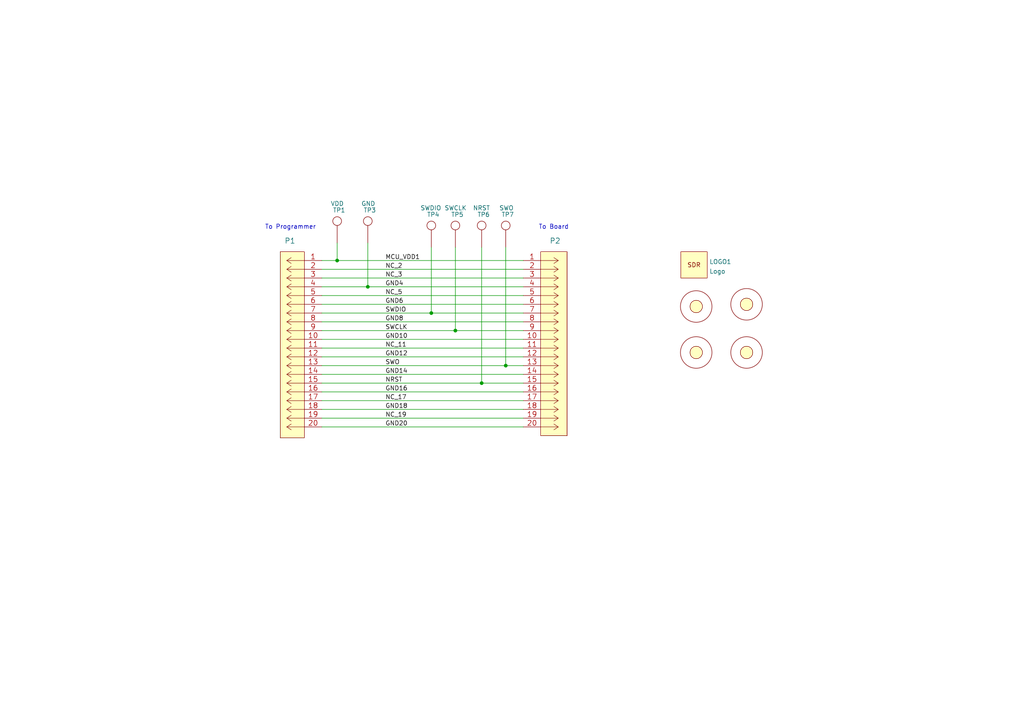
<source format=kicad_sch>
(kicad_sch (version 20211123) (generator eeschema)
  (paper "A4")
  (title_block (title "A0004-SWD-Adapter") (date "2022-01-01") (rev "1.0") (company "Sun Devil Rocketry") (comment 1 "Author: Colton Acosta"))
  (lib_symbols
    (symbol "A0004-SWD-Adapter:LARGE_SBH11-PBPC-D10-RA-BK_1" (pin_names (offset 0.254) hide)
      (property "Reference" "P" (at 8.89 6.35 0))
      (symbol "LARGE_SBH11-PBPC-D10-RA-BK_1_1_1"
        (polyline (pts (xy 10.16 -48.26) (xy 5.08 -48.26)) (stroke (width 0.127)))
        (polyline (pts (xy 10.16 -48.26) (xy 8.89 -49.0982)) (stroke (width 0.127)))
        (polyline (pts (xy 10.16 -48.26) (xy 8.89 -47.4218)) (stroke (width 0.127)))
        (polyline (pts (xy 10.16 -45.72) (xy 5.08 -45.72)) (stroke (width 0.127)))
        (polyline (pts (xy 10.16 -45.72) (xy 8.89 -46.5582)) (stroke (width 0.127)))
        (polyline (pts (xy 10.16 -45.72) (xy 8.89 -44.8818)) (stroke (width 0.127)))
        (polyline (pts (xy 10.16 -43.18) (xy 5.08 -43.18)) (stroke (width 0.127)))
        (polyline (pts (xy 10.16 -43.18) (xy 8.89 -44.0182)) (stroke (width 0.127)))
        (polyline (pts (xy 10.16 -43.18) (xy 8.89 -42.3418)) (stroke (width 0.127)))
        (polyline (pts (xy 10.16 -40.64) (xy 5.08 -40.64)) (stroke (width 0.127)))
        (polyline (pts (xy 10.16 -40.64) (xy 8.89 -41.4782)) (stroke (width 0.127)))
        (polyline (pts (xy 10.16 -40.64) (xy 8.89 -39.8018)) (stroke (width 0.127)))
        (polyline (pts (xy 10.16 -38.1) (xy 5.08 -38.1)) (stroke (width 0.127)))
        (polyline (pts (xy 10.16 -38.1) (xy 8.89 -38.9382)) (stroke (width 0.127)))
        (polyline (pts (xy 10.16 -38.1) (xy 8.89 -37.2618)) (stroke (width 0.127)))
        (polyline (pts (xy 10.16 -35.56) (xy 5.08 -35.56)) (stroke (width 0.127)))
        (polyline (pts (xy 10.16 -35.56) (xy 8.89 -36.3982)) (stroke (width 0.127)))
        (polyline (pts (xy 10.16 -35.56) (xy 8.89 -34.7218)) (stroke (width 0.127)))
        (polyline (pts (xy 10.16 -33.02) (xy 5.08 -33.02)) (stroke (width 0.127)))
        (polyline (pts (xy 10.16 -33.02) (xy 8.89 -33.8582)) (stroke (width 0.127)))
        (polyline (pts (xy 10.16 -33.02) (xy 8.89 -32.1818)) (stroke (width 0.127)))
        (polyline (pts (xy 10.16 -30.48) (xy 5.08 -30.48)) (stroke (width 0.127)))
        (polyline (pts (xy 10.16 -30.48) (xy 8.89 -31.3182)) (stroke (width 0.127)))
        (polyline (pts (xy 10.16 -30.48) (xy 8.89 -29.6418)) (stroke (width 0.127)))
        (polyline (pts (xy 10.16 -27.94) (xy 5.08 -27.94)) (stroke (width 0.127)))
        (polyline (pts (xy 10.16 -27.94) (xy 8.89 -28.7782)) (stroke (width 0.127)))
        (polyline (pts (xy 10.16 -27.94) (xy 8.89 -27.1018)) (stroke (width 0.127)))
        (polyline (pts (xy 10.16 -25.4) (xy 5.08 -25.4)) (stroke (width 0.127)))
        (polyline (pts (xy 10.16 -25.4) (xy 8.89 -26.2382)) (stroke (width 0.127)))
        (polyline (pts (xy 10.16 -25.4) (xy 8.89 -24.5618)) (stroke (width 0.127)))
        (polyline (pts (xy 10.16 -22.86) (xy 5.08 -22.86)) (stroke (width 0.127)))
        (polyline (pts (xy 10.16 -22.86) (xy 8.89 -23.6982)) (stroke (width 0.127)))
        (polyline (pts (xy 10.16 -22.86) (xy 8.89 -22.0218)) (stroke (width 0.127)))
        (polyline (pts (xy 10.16 -20.32) (xy 5.08 -20.32)) (stroke (width 0.127)))
        (polyline (pts (xy 10.16 -20.32) (xy 8.89 -21.1582)) (stroke (width 0.127)))
        (polyline (pts (xy 10.16 -20.32) (xy 8.89 -19.4818)) (stroke (width 0.127)))
        (polyline (pts (xy 10.16 -17.78) (xy 5.08 -17.78)) (stroke (width 0.127)))
        (polyline (pts (xy 10.16 -17.78) (xy 8.89 -18.6182)) (stroke (width 0.127)))
        (polyline (pts (xy 10.16 -17.78) (xy 8.89 -16.9418)) (stroke (width 0.127)))
        (polyline (pts (xy 10.16 -15.24) (xy 5.08 -15.24)) (stroke (width 0.127)))
        (polyline (pts (xy 10.16 -15.24) (xy 8.89 -16.0782)) (stroke (width 0.127)))
        (polyline (pts (xy 10.16 -15.24) (xy 8.89 -14.4018)) (stroke (width 0.127)))
        (polyline (pts (xy 10.16 -12.7) (xy 5.08 -12.7)) (stroke (width 0.127)))
        (polyline (pts (xy 10.16 -12.7) (xy 8.89 -13.5382)) (stroke (width 0.127)))
        (polyline (pts (xy 10.16 -12.7) (xy 8.89 -11.8618)) (stroke (width 0.127)))
        (polyline (pts (xy 10.16 -10.16) (xy 5.08 -10.16)) (stroke (width 0.127)))
        (polyline (pts (xy 10.16 -10.16) (xy 8.89 -10.9982)) (stroke (width 0.127)))
        (polyline (pts (xy 10.16 -10.16) (xy 8.89 -9.3218)) (stroke (width 0.127)))
        (polyline (pts (xy 10.16 -7.62) (xy 5.08 -7.62)) (stroke (width 0.127)))
        (polyline (pts (xy 10.16 -7.62) (xy 8.89 -8.4582)) (stroke (width 0.127)))
        (polyline (pts (xy 10.16 -7.62) (xy 8.89 -6.7818)) (stroke (width 0.127)))
        (polyline (pts (xy 10.16 -5.08) (xy 5.08 -5.08)) (stroke (width 0.127)))
        (polyline (pts (xy 10.16 -5.08) (xy 8.89 -5.9182)) (stroke (width 0.127)))
        (polyline (pts (xy 10.16 -5.08) (xy 8.89 -4.2418)) (stroke (width 0.127)))
        (polyline (pts (xy 10.16 -2.54) (xy 5.08 -2.54)) (stroke (width 0.127)))
        (polyline (pts (xy 10.16 -2.54) (xy 8.89 -3.3782)) (stroke (width 0.127)))
        (polyline (pts (xy 10.16 -2.54) (xy 8.89 -1.7018)) (stroke (width 0.127)))
        (polyline (pts (xy 10.16 0) (xy 5.08 0)) (stroke (width 0.127)))
        (polyline (pts (xy 10.16 0) (xy 8.89 -0.8382)) (stroke (width 0.127)))
        (polyline (pts (xy 10.16 0) (xy 8.89 0.8382)) (stroke (width 0.127)))
        (rectangle (start 5.08 2.54) (end 12.065 -51.435) (stroke (width 0.1524)) (fill (type background)))
        (pin passive line (at 0 0 0) (length 5.08) (name "1") (number "1"))
        (pin passive line (at 0 -22.86 0) (length 5.08) (name "10") (number "10"))
        (pin passive line (at 0 -25.4 0) (length 5.08) (name "11") (number "11"))
        (pin passive line (at 0 -27.94 0) (length 5.08) (name "12") (number "12"))
        (pin passive line (at 0 -30.48 0) (length 5.08) (name "13") (number "13"))
        (pin passive line (at 0 -33.02 0) (length 5.08) (name "14") (number "14"))
        (pin passive line (at 0 -35.56 0) (length 5.08) (name "15") (number "15"))
        (pin passive line (at 0 -38.1 0) (length 5.08) (name "16") (number "16"))
        (pin passive line (at 0 -40.64 0) (length 5.08) (name "17") (number "17"))
        (pin passive line (at 0 -43.18 0) (length 5.08) (name "18") (number "18"))
        (pin passive line (at 0 -45.72 0) (length 5.08) (name "19") (number "19"))
        (pin passive line (at 0 -2.54 0) (length 5.08) (name "2") (number "2"))
        (pin passive line (at 0 -48.26 0) (length 5.08) (name "20") (number "20"))
        (pin passive line (at 0 -5.08 0) (length 5.08) (name "3") (number "3"))
        (pin passive line (at 0 -7.62 0) (length 5.08) (name "4") (number "4"))
        (pin passive line (at 0 -10.16 0) (length 5.08) (name "5") (number "5"))
        (pin passive line (at 0 -12.7 0) (length 5.08) (name "6") (number "6"))
        (pin passive line (at 0 -15.24 0) (length 5.08) (name "7") (number "7"))
        (pin passive line (at 0 -17.78 0) (length 5.08) (name "8") (number "8"))
        (pin passive line (at 0 -20.32 0) (length 5.08) (name "9") (number "9"))
      )
    )
    (symbol "A0004-SWD-Adapter:Logo" (pin_names (offset 1.016))
      (property "Reference" "LOGO" (at 0 5.08 0))
      (property "Value" "Logo" (at 0 -5.08 0))
      (symbol "Logo_0_0"
        (text "SDR" (at 0 0 0) (effects (font (size 1.27 1.27))))
      )
      (symbol "Logo_0_1"
        (rectangle (start -3.81 3.81) (end 3.81 -3.81) (fill (type background)))
      )
    )
    (symbol "A0004-SWD-Adapter:Mounting-Hole" (pin_names (offset 1.016))
      (symbol "Mounting-Hole_0_1"
        (circle (center 0 0) (radius 1.8034) (fill (type background)))
        (circle (center 0 0) (radius 4.572))
      )
    )
    (symbol "A0004-SWD-Adapter:SMALL_3220-20-0200-00" (pin_names (offset 0.254) hide)
      (property "Reference" "P" (at 8.89 6.35 0))
      (symbol "SMALL_3220-20-0200-00_1_1"
        (polyline (pts (xy 5.08 -50.8) (xy 12.7 -50.8)) (stroke (width 0.127)))
        (polyline (pts (xy 5.08 2.54) (xy 5.08 -50.8)) (stroke (width 0.127)))
        (polyline (pts (xy 10.16 -48.26) (xy 5.08 -48.26)) (stroke (width 0.127)))
        (polyline (pts (xy 10.16 -48.26) (xy 8.89 -49.0982)) (stroke (width 0.127)))
        (polyline (pts (xy 10.16 -48.26) (xy 8.89 -47.4218)) (stroke (width 0.127)))
        (polyline (pts (xy 10.16 -45.72) (xy 5.08 -45.72)) (stroke (width 0.127)))
        (polyline (pts (xy 10.16 -45.72) (xy 8.89 -46.5582)) (stroke (width 0.127)))
        (polyline (pts (xy 10.16 -45.72) (xy 8.89 -44.8818)) (stroke (width 0.127)))
        (polyline (pts (xy 10.16 -43.18) (xy 5.08 -43.18)) (stroke (width 0.127)))
        (polyline (pts (xy 10.16 -43.18) (xy 8.89 -44.0182)) (stroke (width 0.127)))
        (polyline (pts (xy 10.16 -43.18) (xy 8.89 -42.3418)) (stroke (width 0.127)))
        (polyline (pts (xy 10.16 -40.64) (xy 5.08 -40.64)) (stroke (width 0.127)))
        (polyline (pts (xy 10.16 -40.64) (xy 8.89 -41.4782)) (stroke (width 0.127)))
        (polyline (pts (xy 10.16 -40.64) (xy 8.89 -39.8018)) (stroke (width 0.127)))
        (polyline (pts (xy 10.16 -38.1) (xy 5.08 -38.1)) (stroke (width 0.127)))
        (polyline (pts (xy 10.16 -38.1) (xy 8.89 -38.9382)) (stroke (width 0.127)))
        (polyline (pts (xy 10.16 -38.1) (xy 8.89 -37.2618)) (stroke (width 0.127)))
        (polyline (pts (xy 10.16 -35.56) (xy 5.08 -35.56)) (stroke (width 0.127)))
        (polyline (pts (xy 10.16 -35.56) (xy 8.89 -36.3982)) (stroke (width 0.127)))
        (polyline (pts (xy 10.16 -35.56) (xy 8.89 -34.7218)) (stroke (width 0.127)))
        (polyline (pts (xy 10.16 -33.02) (xy 5.08 -33.02)) (stroke (width 0.127)))
        (polyline (pts (xy 10.16 -33.02) (xy 8.89 -33.8582)) (stroke (width 0.127)))
        (polyline (pts (xy 10.16 -33.02) (xy 8.89 -32.1818)) (stroke (width 0.127)))
        (polyline (pts (xy 10.16 -30.48) (xy 5.08 -30.48)) (stroke (width 0.127)))
        (polyline (pts (xy 10.16 -30.48) (xy 8.89 -31.3182)) (stroke (width 0.127)))
        (polyline (pts (xy 10.16 -30.48) (xy 8.89 -29.6418)) (stroke (width 0.127)))
        (polyline (pts (xy 10.16 -27.94) (xy 5.08 -27.94)) (stroke (width 0.127)))
        (polyline (pts (xy 10.16 -27.94) (xy 8.89 -28.7782)) (stroke (width 0.127)))
        (polyline (pts (xy 10.16 -27.94) (xy 8.89 -27.1018)) (stroke (width 0.127)))
        (polyline (pts (xy 10.16 -25.4) (xy 5.08 -25.4)) (stroke (width 0.127)))
        (polyline (pts (xy 10.16 -25.4) (xy 8.89 -26.2382)) (stroke (width 0.127)))
        (polyline (pts (xy 10.16 -25.4) (xy 8.89 -24.5618)) (stroke (width 0.127)))
        (polyline (pts (xy 10.16 -22.86) (xy 5.08 -22.86)) (stroke (width 0.127)))
        (polyline (pts (xy 10.16 -22.86) (xy 8.89 -23.6982)) (stroke (width 0.127)))
        (polyline (pts (xy 10.16 -22.86) (xy 8.89 -22.0218)) (stroke (width 0.127)))
        (polyline (pts (xy 10.16 -20.32) (xy 5.08 -20.32)) (stroke (width 0.127)))
        (polyline (pts (xy 10.16 -20.32) (xy 8.89 -21.1582)) (stroke (width 0.127)))
        (polyline (pts (xy 10.16 -20.32) (xy 8.89 -19.4818)) (stroke (width 0.127)))
        (polyline (pts (xy 10.16 -17.78) (xy 5.08 -17.78)) (stroke (width 0.127)))
        (polyline (pts (xy 10.16 -17.78) (xy 8.89 -18.6182)) (stroke (width 0.127)))
        (polyline (pts (xy 10.16 -17.78) (xy 8.89 -16.9418)) (stroke (width 0.127)))
        (polyline (pts (xy 10.16 -15.24) (xy 5.08 -15.24)) (stroke (width 0.127)))
        (polyline (pts (xy 10.16 -15.24) (xy 8.89 -16.0782)) (stroke (width 0.127)))
        (polyline (pts (xy 10.16 -15.24) (xy 8.89 -14.4018)) (stroke (width 0.127)))
        (polyline (pts (xy 10.16 -12.7) (xy 5.08 -12.7)) (stroke (width 0.127)))
        (polyline (pts (xy 10.16 -12.7) (xy 8.89 -13.5382)) (stroke (width 0.127)))
        (polyline (pts (xy 10.16 -12.7) (xy 8.89 -11.8618)) (stroke (width 0.127)))
        (polyline (pts (xy 10.16 -10.16) (xy 5.08 -10.16)) (stroke (width 0.127)))
        (polyline (pts (xy 10.16 -10.16) (xy 8.89 -10.9982)) (stroke (width 0.127)))
        (polyline (pts (xy 10.16 -10.16) (xy 8.89 -9.3218)) (stroke (width 0.127)))
        (polyline (pts (xy 10.16 -7.62) (xy 5.08 -7.62)) (stroke (width 0.127)))
        (polyline (pts (xy 10.16 -7.62) (xy 8.89 -8.4582)) (stroke (width 0.127)))
        (polyline (pts (xy 10.16 -7.62) (xy 8.89 -6.7818)) (stroke (width 0.127)))
        (polyline (pts (xy 10.16 -5.08) (xy 5.08 -5.08)) (stroke (width 0.127)))
        (polyline (pts (xy 10.16 -5.08) (xy 8.89 -5.9182)) (stroke (width 0.127)))
        (polyline (pts (xy 10.16 -5.08) (xy 8.89 -4.2418)) (stroke (width 0.127)))
        (polyline (pts (xy 10.16 -2.54) (xy 5.08 -2.54)) (stroke (width 0.127)))
        (polyline (pts (xy 10.16 -2.54) (xy 8.89 -3.3782)) (stroke (width 0.127)))
        (polyline (pts (xy 10.16 -2.54) (xy 8.89 -1.7018)) (stroke (width 0.127)))
        (polyline (pts (xy 10.16 0) (xy 5.08 0)) (stroke (width 0.127)))
        (polyline (pts (xy 10.16 0) (xy 8.89 -0.8382)) (stroke (width 0.127)))
        (polyline (pts (xy 10.16 0) (xy 8.89 0.8382)) (stroke (width 0.127)))
        (polyline (pts (xy 12.7 -50.8) (xy 12.7 2.54)) (stroke (width 0.127)))
        (polyline (pts (xy 12.7 2.54) (xy 5.08 2.54)) (stroke (width 0.127)) (fill (type background)))
        (rectangle (start 5.08 2.54) (end 12.7 -50.8) (stroke (width 0.127)) (fill (type background)))
        (pin passive line (at 0 0 0) (length 5.08) (name "1") (number "1"))
        (pin passive line (at 0 -22.86 0) (length 5.08) (name "10") (number "10"))
        (pin passive line (at 0 -25.4 0) (length 5.08) (name "11") (number "11"))
        (pin passive line (at 0 -27.94 0) (length 5.08) (name "12") (number "12"))
        (pin passive line (at 0 -30.48 0) (length 5.08) (name "13") (number "13"))
        (pin passive line (at 0 -33.02 0) (length 5.08) (name "14") (number "14"))
        (pin passive line (at 0 -35.56 0) (length 5.08) (name "15") (number "15"))
        (pin passive line (at 0 -38.1 0) (length 5.08) (name "16") (number "16"))
        (pin passive line (at 0 -40.64 0) (length 5.08) (name "17") (number "17"))
        (pin passive line (at 0 -43.18 0) (length 5.08) (name "18") (number "18"))
        (pin passive line (at 0 -45.72 0) (length 5.08) (name "19") (number "19"))
        (pin passive line (at 0 -2.54 0) (length 5.08) (name "2") (number "2"))
        (pin passive line (at 0 -48.26 0) (length 5.08) (name "20") (number "20"))
        (pin passive line (at 0 -5.08 0) (length 5.08) (name "3") (number "3"))
        (pin passive line (at 0 -7.62 0) (length 5.08) (name "4") (number "4"))
        (pin passive line (at 0 -10.16 0) (length 5.08) (name "5") (number "5"))
        (pin passive line (at 0 -12.7 0) (length 5.08) (name "6") (number "6"))
        (pin passive line (at 0 -15.24 0) (length 5.08) (name "7") (number "7"))
        (pin passive line (at 0 -17.78 0) (length 5.08) (name "8") (number "8"))
        (pin passive line (at 0 -20.32 0) (length 5.08) (name "9") (number "9"))
      )
    )
    (symbol "A0004-SWD-Adapter:TP" (pin_numbers hide) (pin_names (offset 1.016) hide)
      (property "Reference" "TP" (at 0 8.89 0))
      (property "Value" "TP" (at 0 8.89 0))
      (symbol "TP_0_1"
        (circle (center 0 6.35) (radius 1.27))
      )
      (symbol "TP_1_1"
        (pin passive line (at 0 0 90) (length 5.08) (name "~") (number "1"))
      )
    )
  )
  (junction (at 97.79 75.565))
  (junction (at 139.7 111.125))
  (junction (at 125.095 90.805))
  (junction (at 146.685 106.045))
  (junction (at 132.08 95.885))
  (junction (at 106.68 83.185))
  (wire (pts (xy 97.79 70.485) (xy 97.79 75.565)))
  (wire (pts (xy 132.08 71.755) (xy 132.08 95.885)))
  (wire (pts (xy 146.685 71.755) (xy 146.685 106.045)))
  (wire (pts (xy 93.345 95.885) (xy 132.08 95.885)))
  (wire (pts (xy 139.7 71.755) (xy 139.7 111.125)))
  (wire (pts (xy 93.345 75.565) (xy 97.79 75.565)))
  (wire (pts (xy 93.345 88.265) (xy 151.765 88.265)))
  (wire (pts (xy 93.345 100.965) (xy 151.765 100.965)))
  (wire (pts (xy 125.095 71.755) (xy 125.095 90.805)))
  (wire (pts (xy 125.095 90.805) (xy 151.765 90.805)))
  (wire (pts (xy 93.345 83.185) (xy 106.68 83.185)))
  (wire (pts (xy 93.345 118.745) (xy 151.765 118.745)))
  (wire (pts (xy 93.345 98.425) (xy 151.765 98.425)))
  (wire (pts (xy 93.345 78.105) (xy 151.765 78.105)))
  (wire (pts (xy 93.345 106.045) (xy 146.685 106.045)))
  (wire (pts (xy 93.345 85.725) (xy 151.765 85.725)))
  (wire (pts (xy 146.685 106.045) (xy 151.765 106.045)))
  (wire (pts (xy 93.345 108.585) (xy 151.765 108.585)))
  (wire (pts (xy 93.345 90.805) (xy 125.095 90.805)))
  (wire (pts (xy 93.345 80.645) (xy 151.765 80.645)))
  (wire (pts (xy 97.79 75.565) (xy 151.765 75.565)))
  (wire (pts (xy 132.08 95.885) (xy 151.765 95.885)))
  (wire (pts (xy 93.345 123.825) (xy 151.765 123.825)))
  (wire (pts (xy 93.345 103.505) (xy 151.765 103.505)))
  (wire (pts (xy 139.7 111.125) (xy 151.765 111.125)))
  (wire (pts (xy 93.345 121.285) (xy 151.765 121.285)))
  (wire (pts (xy 93.345 93.345) (xy 151.765 93.345)))
  (wire (pts (xy 93.345 116.205) (xy 151.765 116.205)))
  (wire (pts (xy 106.68 83.185) (xy 151.765 83.185)))
  (wire (pts (xy 93.345 113.665) (xy 151.765 113.665)))
  (wire (pts (xy 93.345 111.125) (xy 139.7 111.125)))
  (wire (pts (xy 106.68 70.485) (xy 106.68 83.185)))
  (text "To Board" (at 156.21 66.675 0) (effects (font (size 1.27 1.27)) (justify left bottom)))
  (text "To Programmer" (at 76.835 66.675 0) (effects (font (size 1.27 1.27)) (justify left bottom)))
  (label "GND16" (at 111.76 113.665 0))
  (label "GND6" (at 111.76 88.265 0))
  (label "GND14" (at 111.76 108.585 0))
  (label "NC_3" (at 111.76 80.645 0))
  (label "SWO" (at 111.76 106.045 0))
  (label "GND18" (at 111.76 118.745 0))
  (label "NC_5" (at 111.76 85.725 0))
  (label "GND4" (at 111.76 83.185 0))
  (label "NC_2" (at 111.76 78.105 0))
  (label "GND12" (at 111.76 103.505 0))
  (label "MCU_VDD1" (at 111.76 75.565 0))
  (label "NC_17" (at 111.76 116.205 0))
  (label "SWCLK" (at 111.76 95.885 0))
  (label "NC_19" (at 111.76 121.285 0))
  (label "GND8" (at 111.76 93.345 0))
  (label "GND10" (at 111.76 98.425 0))
  (label "NRST" (at 111.76 111.125 0))
  (label "GND20" (at 111.76 123.825 0))
  (label "NC_11" (at 111.76 100.965 0))
  (label "SWDIO" (at 111.76 90.805 0))
  (symbol (lib_id "A0004-SWD-Adapter:Logo") (at 201.295 76.835 0) (unit 1)
    (property "Reference" "LOGO1" (at 205.74 75.9265 0) (effects (justify left)))
    (property "Value" "Logo" (at 205.74 78.7016 0) (effects (justify left)))
    (property "Footprint" "A0004-SWD-Adapter:Logo" (effects hide))
  )
  (symbol (lib_id "A0004-SWD-Adapter:TP") (at 146.685 71.755 0) (unit 1)
    (property "Reference" "TP7" (at 145.415 62.23 0) (effects (justify left)))
    (property "Value" "SWO" (at 144.78 60.325 0) (effects (justify left)))
    (property "Footprint" "A0004-SWD-Adapter:TP" (effects hide))
  )
  (symbol (lib_id "A0004-SWD-Adapter:TP") (at 125.095 71.755 0) (unit 1)
    (property "Reference" "TP4" (at 123.825 62.23 0) (effects (justify left)))
    (property "Value" "SWDIO" (at 121.92 60.325 0) (effects (justify left)))
    (property "Footprint" "A0004-SWD-Adapter:TP" (effects hide))
  )
  (symbol (lib_id "A0004-SWD-Adapter:TP") (at 132.08 71.755 0) (unit 1)
    (property "Reference" "TP5" (at 130.81 62.23 0) (effects (justify left)))
    (property "Value" "SWCLK" (at 128.905 60.325 0) (effects (justify left)))
    (property "Footprint" "A0004-SWD-Adapter:TP" (effects hide))
  )
  (symbol (lib_id "A0004-SWD-Adapter:Mounting-Hole") (at 216.535 102.235 0) (unit 1)
    (property "Reference" "H4" (effects hide))
    (property "Value" "Mounting-Hole" (effects hide))
    (property "Footprint" "A0004-SWD-Adapter:MountingHole_4.3mm_M4_DIN965" (effects hide))
  )
  (symbol (lib_id "A0004-SWD-Adapter:Mounting-Hole") (at 216.535 88.265 0) (unit 1)
    (property "Reference" "H3" (effects hide))
    (property "Value" "Mounting-Hole" (effects hide))
    (property "Footprint" "A0004-SWD-Adapter:MountingHole_4.3mm_M4_DIN965" (effects hide))
  )
  (symbol (lib_id "A0004-SWD-Adapter:LARGE_SBH11-PBPC-D10-RA-BK_1") (at 93.345 75.565 0) (mirror y) (unit 1)
    (property "Reference" "P1" (at 85.725 69.85 0) (effects (font (size 1.524 1.524)) (justify left)))
    (property "Value" "LARGE_SBH11-PBPC-D10-RA-BK_1" (effects hide))
    (property "Footprint" "A0004-SWD-Adapter:LARGE_SBH11-PBPC-D10-RA-BK" (effects hide))
  )
  (symbol (lib_id "A0004-SWD-Adapter:TP") (at 139.7 71.755 0) (unit 1)
    (property "Reference" "TP6" (at 138.43 62.23 0) (effects (justify left)))
    (property "Value" "NRST" (at 137.16 60.325 0) (effects (justify left)))
    (property "Footprint" "A0004-SWD-Adapter:TP" (effects hide))
  )
  (symbol (lib_id "A0004-SWD-Adapter:TP") (at 97.79 70.485 0) (unit 1)
    (property "Reference" "TP1" (at 96.52 60.96 0) (effects (justify left)))
    (property "Value" "VDD" (at 95.885 59.055 0) (effects (justify left)))
    (property "Footprint" "A0004-SWD-Adapter:TP" (effects hide))
  )
  (symbol (lib_id "A0004-SWD-Adapter:Mounting-Hole") (at 201.93 102.235 0) (unit 1)
    (property "Reference" "H2" (effects hide))
    (property "Value" "Mounting-Hole" (effects hide))
    (property "Footprint" "A0004-SWD-Adapter:MountingHole_4.3mm_M4_DIN965" (effects hide))
  )
  (symbol (lib_id "A0004-SWD-Adapter:TP") (at 106.68 70.485 0) (unit 1)
    (property "Reference" "TP3" (at 105.41 60.96 0) (effects (justify left)))
    (property "Value" "GND" (at 104.775 59.055 0) (effects (justify left)))
    (property "Footprint" "A0004-SWD-Adapter:TP" (effects hide))
  )
  (symbol (lib_id "A0004-SWD-Adapter:SMALL_3220-20-0200-00") (at 151.765 75.565 0) (unit 1)
    (property "Reference" "P2" (at 159.385 69.85 0) (effects (font (size 1.524 1.524)) (justify left)))
    (property "Value" "SMALL_3220-20-0200-00" (effects hide))
    (property "Footprint" "A0004-SWD-Adapter:SMALL_3220-20-0200-00" (effects hide))
  )
  (symbol (lib_id "A0004-SWD-Adapter:Mounting-Hole") (at 201.93 88.9 0) (unit 1)
    (property "Reference" "H1" (effects hide))
    (property "Value" "Mounting-Hole" (effects hide))
    (property "Footprint" "A0004-SWD-Adapter:MountingHole_4.3mm_M4_DIN965" (effects hide))
  )
)
</source>
